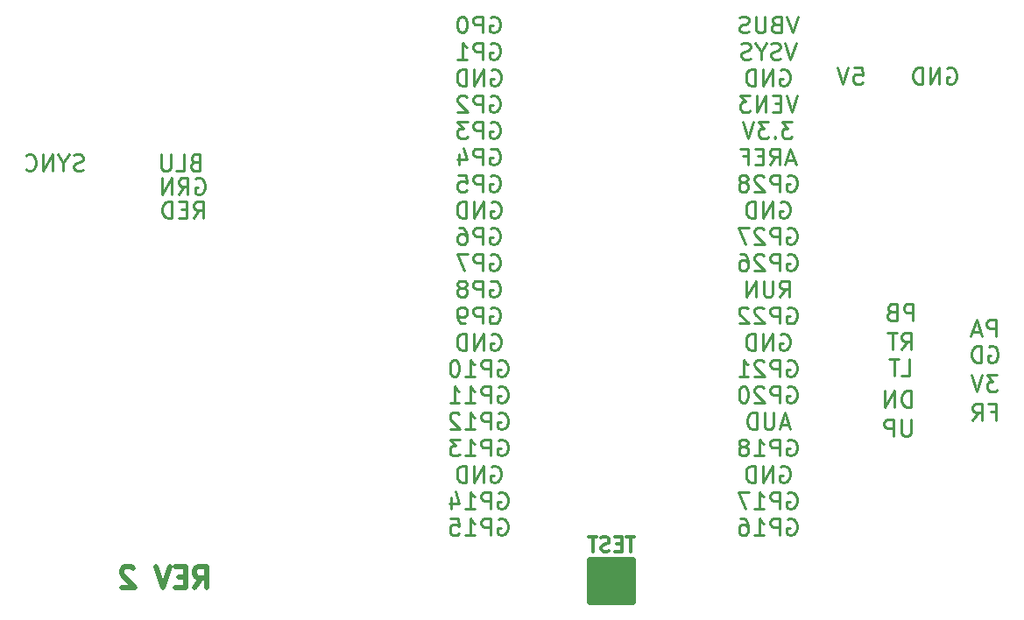
<source format=gbo>
G04 #@! TF.GenerationSoftware,KiCad,Pcbnew,(6.0.1)*
G04 #@! TF.CreationDate,2022-07-25T09:52:12-04:00*
G04 #@! TF.ProjectId,PicoVGA,5069636f-5647-4412-9e6b-696361645f70,2*
G04 #@! TF.SameCoordinates,Original*
G04 #@! TF.FileFunction,Legend,Bot*
G04 #@! TF.FilePolarity,Positive*
%FSLAX46Y46*%
G04 Gerber Fmt 4.6, Leading zero omitted, Abs format (unit mm)*
G04 Created by KiCad (PCBNEW (6.0.1)) date 2022-07-25 09:52:12*
%MOMM*%
%LPD*%
G01*
G04 APERTURE LIST*
%ADD10C,0.285750*%
%ADD11C,0.508000*%
%ADD12C,0.349250*%
%ADD13C,0.650000*%
G04 APERTURE END LIST*
D10*
X161657392Y-135338154D02*
X162413345Y-135338154D01*
X162413345Y-133750654D01*
X161355011Y-133750654D02*
X160447869Y-133750654D01*
X160901440Y-135338154D02*
X160901440Y-133750654D01*
X170049976Y-132556250D02*
X170201166Y-132480654D01*
X170427952Y-132480654D01*
X170654738Y-132556250D01*
X170805928Y-132707440D01*
X170881523Y-132858630D01*
X170957119Y-133161011D01*
X170957119Y-133387797D01*
X170881523Y-133690178D01*
X170805928Y-133841369D01*
X170654738Y-133992559D01*
X170427952Y-134068154D01*
X170276761Y-134068154D01*
X170049976Y-133992559D01*
X169974380Y-133916964D01*
X169974380Y-133387797D01*
X170276761Y-133387797D01*
X169294023Y-134068154D02*
X169294023Y-132480654D01*
X168916047Y-132480654D01*
X168689261Y-132556250D01*
X168538071Y-132707440D01*
X168462476Y-132858630D01*
X168386880Y-133161011D01*
X168386880Y-133387797D01*
X168462476Y-133690178D01*
X168538071Y-133841369D01*
X168689261Y-133992559D01*
X168916047Y-134068154D01*
X169294023Y-134068154D01*
X121905928Y-100655438D02*
X122057119Y-100579842D01*
X122283904Y-100579842D01*
X122510690Y-100655438D01*
X122661880Y-100806628D01*
X122737476Y-100957818D01*
X122813071Y-101260199D01*
X122813071Y-101486985D01*
X122737476Y-101789366D01*
X122661880Y-101940557D01*
X122510690Y-102091747D01*
X122283904Y-102167342D01*
X122132714Y-102167342D01*
X121905928Y-102091747D01*
X121830333Y-102016152D01*
X121830333Y-101486985D01*
X122132714Y-101486985D01*
X121149976Y-102167342D02*
X121149976Y-100579842D01*
X120545214Y-100579842D01*
X120394023Y-100655438D01*
X120318428Y-100731033D01*
X120242833Y-100882223D01*
X120242833Y-101109009D01*
X120318428Y-101260199D01*
X120394023Y-101335795D01*
X120545214Y-101411390D01*
X121149976Y-101411390D01*
X119260095Y-100579842D02*
X119108904Y-100579842D01*
X118957714Y-100655438D01*
X118882119Y-100731033D01*
X118806523Y-100882223D01*
X118730928Y-101184604D01*
X118730928Y-101562580D01*
X118806523Y-101864961D01*
X118882119Y-102016152D01*
X118957714Y-102091747D01*
X119108904Y-102167342D01*
X119260095Y-102167342D01*
X119411285Y-102091747D01*
X119486880Y-102016152D01*
X119562476Y-101864961D01*
X119638071Y-101562580D01*
X119638071Y-101184604D01*
X119562476Y-100882223D01*
X119486880Y-100731033D01*
X119411285Y-100655438D01*
X119260095Y-100579842D01*
X121905928Y-103211313D02*
X122057119Y-103135717D01*
X122283904Y-103135717D01*
X122510690Y-103211313D01*
X122661880Y-103362503D01*
X122737476Y-103513693D01*
X122813071Y-103816074D01*
X122813071Y-104042860D01*
X122737476Y-104345241D01*
X122661880Y-104496432D01*
X122510690Y-104647622D01*
X122283904Y-104723217D01*
X122132714Y-104723217D01*
X121905928Y-104647622D01*
X121830333Y-104572027D01*
X121830333Y-104042860D01*
X122132714Y-104042860D01*
X121149976Y-104723217D02*
X121149976Y-103135717D01*
X120545214Y-103135717D01*
X120394023Y-103211313D01*
X120318428Y-103286908D01*
X120242833Y-103438098D01*
X120242833Y-103664884D01*
X120318428Y-103816074D01*
X120394023Y-103891670D01*
X120545214Y-103967265D01*
X121149976Y-103967265D01*
X118730928Y-104723217D02*
X119638071Y-104723217D01*
X119184500Y-104723217D02*
X119184500Y-103135717D01*
X119335690Y-103362503D01*
X119486880Y-103513693D01*
X119638071Y-103589289D01*
X121981523Y-105767188D02*
X122132714Y-105691592D01*
X122359500Y-105691592D01*
X122586285Y-105767188D01*
X122737476Y-105918378D01*
X122813071Y-106069568D01*
X122888666Y-106371949D01*
X122888666Y-106598735D01*
X122813071Y-106901116D01*
X122737476Y-107052307D01*
X122586285Y-107203497D01*
X122359500Y-107279092D01*
X122208309Y-107279092D01*
X121981523Y-107203497D01*
X121905928Y-107127902D01*
X121905928Y-106598735D01*
X122208309Y-106598735D01*
X121225571Y-107279092D02*
X121225571Y-105691592D01*
X120318428Y-107279092D01*
X120318428Y-105691592D01*
X119562476Y-107279092D02*
X119562476Y-105691592D01*
X119184500Y-105691592D01*
X118957714Y-105767188D01*
X118806523Y-105918378D01*
X118730928Y-106069568D01*
X118655333Y-106371949D01*
X118655333Y-106598735D01*
X118730928Y-106901116D01*
X118806523Y-107052307D01*
X118957714Y-107203497D01*
X119184500Y-107279092D01*
X119562476Y-107279092D01*
X121905928Y-108323063D02*
X122057119Y-108247467D01*
X122283904Y-108247467D01*
X122510690Y-108323063D01*
X122661880Y-108474253D01*
X122737476Y-108625443D01*
X122813071Y-108927824D01*
X122813071Y-109154610D01*
X122737476Y-109456991D01*
X122661880Y-109608182D01*
X122510690Y-109759372D01*
X122283904Y-109834967D01*
X122132714Y-109834967D01*
X121905928Y-109759372D01*
X121830333Y-109683777D01*
X121830333Y-109154610D01*
X122132714Y-109154610D01*
X121149976Y-109834967D02*
X121149976Y-108247467D01*
X120545214Y-108247467D01*
X120394023Y-108323063D01*
X120318428Y-108398658D01*
X120242833Y-108549848D01*
X120242833Y-108776634D01*
X120318428Y-108927824D01*
X120394023Y-109003420D01*
X120545214Y-109079015D01*
X121149976Y-109079015D01*
X119638071Y-108398658D02*
X119562476Y-108323063D01*
X119411285Y-108247467D01*
X119033309Y-108247467D01*
X118882119Y-108323063D01*
X118806523Y-108398658D01*
X118730928Y-108549848D01*
X118730928Y-108701039D01*
X118806523Y-108927824D01*
X119713666Y-109834967D01*
X118730928Y-109834967D01*
X121905928Y-110878938D02*
X122057119Y-110803342D01*
X122283904Y-110803342D01*
X122510690Y-110878938D01*
X122661880Y-111030128D01*
X122737476Y-111181318D01*
X122813071Y-111483699D01*
X122813071Y-111710485D01*
X122737476Y-112012866D01*
X122661880Y-112164057D01*
X122510690Y-112315247D01*
X122283904Y-112390842D01*
X122132714Y-112390842D01*
X121905928Y-112315247D01*
X121830333Y-112239652D01*
X121830333Y-111710485D01*
X122132714Y-111710485D01*
X121149976Y-112390842D02*
X121149976Y-110803342D01*
X120545214Y-110803342D01*
X120394023Y-110878938D01*
X120318428Y-110954533D01*
X120242833Y-111105723D01*
X120242833Y-111332509D01*
X120318428Y-111483699D01*
X120394023Y-111559295D01*
X120545214Y-111634890D01*
X121149976Y-111634890D01*
X119713666Y-110803342D02*
X118730928Y-110803342D01*
X119260095Y-111408104D01*
X119033309Y-111408104D01*
X118882119Y-111483699D01*
X118806523Y-111559295D01*
X118730928Y-111710485D01*
X118730928Y-112088461D01*
X118806523Y-112239652D01*
X118882119Y-112315247D01*
X119033309Y-112390842D01*
X119486880Y-112390842D01*
X119638071Y-112315247D01*
X119713666Y-112239652D01*
X121905928Y-113434813D02*
X122057119Y-113359217D01*
X122283904Y-113359217D01*
X122510690Y-113434813D01*
X122661880Y-113586003D01*
X122737476Y-113737193D01*
X122813071Y-114039574D01*
X122813071Y-114266360D01*
X122737476Y-114568741D01*
X122661880Y-114719932D01*
X122510690Y-114871122D01*
X122283904Y-114946717D01*
X122132714Y-114946717D01*
X121905928Y-114871122D01*
X121830333Y-114795527D01*
X121830333Y-114266360D01*
X122132714Y-114266360D01*
X121149976Y-114946717D02*
X121149976Y-113359217D01*
X120545214Y-113359217D01*
X120394023Y-113434813D01*
X120318428Y-113510408D01*
X120242833Y-113661598D01*
X120242833Y-113888384D01*
X120318428Y-114039574D01*
X120394023Y-114115170D01*
X120545214Y-114190765D01*
X121149976Y-114190765D01*
X118882119Y-113888384D02*
X118882119Y-114946717D01*
X119260095Y-113283622D02*
X119638071Y-114417551D01*
X118655333Y-114417551D01*
X121905928Y-115990688D02*
X122057119Y-115915092D01*
X122283904Y-115915092D01*
X122510690Y-115990688D01*
X122661880Y-116141878D01*
X122737476Y-116293068D01*
X122813071Y-116595449D01*
X122813071Y-116822235D01*
X122737476Y-117124616D01*
X122661880Y-117275807D01*
X122510690Y-117426997D01*
X122283904Y-117502592D01*
X122132714Y-117502592D01*
X121905928Y-117426997D01*
X121830333Y-117351402D01*
X121830333Y-116822235D01*
X122132714Y-116822235D01*
X121149976Y-117502592D02*
X121149976Y-115915092D01*
X120545214Y-115915092D01*
X120394023Y-115990688D01*
X120318428Y-116066283D01*
X120242833Y-116217473D01*
X120242833Y-116444259D01*
X120318428Y-116595449D01*
X120394023Y-116671045D01*
X120545214Y-116746640D01*
X121149976Y-116746640D01*
X118806523Y-115915092D02*
X119562476Y-115915092D01*
X119638071Y-116671045D01*
X119562476Y-116595449D01*
X119411285Y-116519854D01*
X119033309Y-116519854D01*
X118882119Y-116595449D01*
X118806523Y-116671045D01*
X118730928Y-116822235D01*
X118730928Y-117200211D01*
X118806523Y-117351402D01*
X118882119Y-117426997D01*
X119033309Y-117502592D01*
X119411285Y-117502592D01*
X119562476Y-117426997D01*
X119638071Y-117351402D01*
X121981523Y-118546563D02*
X122132714Y-118470967D01*
X122359500Y-118470967D01*
X122586285Y-118546563D01*
X122737476Y-118697753D01*
X122813071Y-118848943D01*
X122888666Y-119151324D01*
X122888666Y-119378110D01*
X122813071Y-119680491D01*
X122737476Y-119831682D01*
X122586285Y-119982872D01*
X122359500Y-120058467D01*
X122208309Y-120058467D01*
X121981523Y-119982872D01*
X121905928Y-119907277D01*
X121905928Y-119378110D01*
X122208309Y-119378110D01*
X121225571Y-120058467D02*
X121225571Y-118470967D01*
X120318428Y-120058467D01*
X120318428Y-118470967D01*
X119562476Y-120058467D02*
X119562476Y-118470967D01*
X119184500Y-118470967D01*
X118957714Y-118546563D01*
X118806523Y-118697753D01*
X118730928Y-118848943D01*
X118655333Y-119151324D01*
X118655333Y-119378110D01*
X118730928Y-119680491D01*
X118806523Y-119831682D01*
X118957714Y-119982872D01*
X119184500Y-120058467D01*
X119562476Y-120058467D01*
X121905928Y-121102438D02*
X122057119Y-121026842D01*
X122283904Y-121026842D01*
X122510690Y-121102438D01*
X122661880Y-121253628D01*
X122737476Y-121404818D01*
X122813071Y-121707199D01*
X122813071Y-121933985D01*
X122737476Y-122236366D01*
X122661880Y-122387557D01*
X122510690Y-122538747D01*
X122283904Y-122614342D01*
X122132714Y-122614342D01*
X121905928Y-122538747D01*
X121830333Y-122463152D01*
X121830333Y-121933985D01*
X122132714Y-121933985D01*
X121149976Y-122614342D02*
X121149976Y-121026842D01*
X120545214Y-121026842D01*
X120394023Y-121102438D01*
X120318428Y-121178033D01*
X120242833Y-121329223D01*
X120242833Y-121556009D01*
X120318428Y-121707199D01*
X120394023Y-121782795D01*
X120545214Y-121858390D01*
X121149976Y-121858390D01*
X118882119Y-121026842D02*
X119184500Y-121026842D01*
X119335690Y-121102438D01*
X119411285Y-121178033D01*
X119562476Y-121404818D01*
X119638071Y-121707199D01*
X119638071Y-122311961D01*
X119562476Y-122463152D01*
X119486880Y-122538747D01*
X119335690Y-122614342D01*
X119033309Y-122614342D01*
X118882119Y-122538747D01*
X118806523Y-122463152D01*
X118730928Y-122311961D01*
X118730928Y-121933985D01*
X118806523Y-121782795D01*
X118882119Y-121707199D01*
X119033309Y-121631604D01*
X119335690Y-121631604D01*
X119486880Y-121707199D01*
X119562476Y-121782795D01*
X119638071Y-121933985D01*
X121905928Y-123658313D02*
X122057119Y-123582717D01*
X122283904Y-123582717D01*
X122510690Y-123658313D01*
X122661880Y-123809503D01*
X122737476Y-123960693D01*
X122813071Y-124263074D01*
X122813071Y-124489860D01*
X122737476Y-124792241D01*
X122661880Y-124943432D01*
X122510690Y-125094622D01*
X122283904Y-125170217D01*
X122132714Y-125170217D01*
X121905928Y-125094622D01*
X121830333Y-125019027D01*
X121830333Y-124489860D01*
X122132714Y-124489860D01*
X121149976Y-125170217D02*
X121149976Y-123582717D01*
X120545214Y-123582717D01*
X120394023Y-123658313D01*
X120318428Y-123733908D01*
X120242833Y-123885098D01*
X120242833Y-124111884D01*
X120318428Y-124263074D01*
X120394023Y-124338670D01*
X120545214Y-124414265D01*
X121149976Y-124414265D01*
X119713666Y-123582717D02*
X118655333Y-123582717D01*
X119335690Y-125170217D01*
X121905928Y-126214188D02*
X122057119Y-126138592D01*
X122283904Y-126138592D01*
X122510690Y-126214188D01*
X122661880Y-126365378D01*
X122737476Y-126516568D01*
X122813071Y-126818949D01*
X122813071Y-127045735D01*
X122737476Y-127348116D01*
X122661880Y-127499307D01*
X122510690Y-127650497D01*
X122283904Y-127726092D01*
X122132714Y-127726092D01*
X121905928Y-127650497D01*
X121830333Y-127574902D01*
X121830333Y-127045735D01*
X122132714Y-127045735D01*
X121149976Y-127726092D02*
X121149976Y-126138592D01*
X120545214Y-126138592D01*
X120394023Y-126214188D01*
X120318428Y-126289783D01*
X120242833Y-126440973D01*
X120242833Y-126667759D01*
X120318428Y-126818949D01*
X120394023Y-126894545D01*
X120545214Y-126970140D01*
X121149976Y-126970140D01*
X119335690Y-126818949D02*
X119486880Y-126743354D01*
X119562476Y-126667759D01*
X119638071Y-126516568D01*
X119638071Y-126440973D01*
X119562476Y-126289783D01*
X119486880Y-126214188D01*
X119335690Y-126138592D01*
X119033309Y-126138592D01*
X118882119Y-126214188D01*
X118806523Y-126289783D01*
X118730928Y-126440973D01*
X118730928Y-126516568D01*
X118806523Y-126667759D01*
X118882119Y-126743354D01*
X119033309Y-126818949D01*
X119335690Y-126818949D01*
X119486880Y-126894545D01*
X119562476Y-126970140D01*
X119638071Y-127121330D01*
X119638071Y-127423711D01*
X119562476Y-127574902D01*
X119486880Y-127650497D01*
X119335690Y-127726092D01*
X119033309Y-127726092D01*
X118882119Y-127650497D01*
X118806523Y-127574902D01*
X118730928Y-127423711D01*
X118730928Y-127121330D01*
X118806523Y-126970140D01*
X118882119Y-126894545D01*
X119033309Y-126818949D01*
X121905928Y-128770063D02*
X122057119Y-128694467D01*
X122283904Y-128694467D01*
X122510690Y-128770063D01*
X122661880Y-128921253D01*
X122737476Y-129072443D01*
X122813071Y-129374824D01*
X122813071Y-129601610D01*
X122737476Y-129903991D01*
X122661880Y-130055182D01*
X122510690Y-130206372D01*
X122283904Y-130281967D01*
X122132714Y-130281967D01*
X121905928Y-130206372D01*
X121830333Y-130130777D01*
X121830333Y-129601610D01*
X122132714Y-129601610D01*
X121149976Y-130281967D02*
X121149976Y-128694467D01*
X120545214Y-128694467D01*
X120394023Y-128770063D01*
X120318428Y-128845658D01*
X120242833Y-128996848D01*
X120242833Y-129223634D01*
X120318428Y-129374824D01*
X120394023Y-129450420D01*
X120545214Y-129526015D01*
X121149976Y-129526015D01*
X119486880Y-130281967D02*
X119184500Y-130281967D01*
X119033309Y-130206372D01*
X118957714Y-130130777D01*
X118806523Y-129903991D01*
X118730928Y-129601610D01*
X118730928Y-128996848D01*
X118806523Y-128845658D01*
X118882119Y-128770063D01*
X119033309Y-128694467D01*
X119335690Y-128694467D01*
X119486880Y-128770063D01*
X119562476Y-128845658D01*
X119638071Y-128996848D01*
X119638071Y-129374824D01*
X119562476Y-129526015D01*
X119486880Y-129601610D01*
X119335690Y-129677205D01*
X119033309Y-129677205D01*
X118882119Y-129601610D01*
X118806523Y-129526015D01*
X118730928Y-129374824D01*
X121981523Y-131325938D02*
X122132714Y-131250342D01*
X122359500Y-131250342D01*
X122586285Y-131325938D01*
X122737476Y-131477128D01*
X122813071Y-131628318D01*
X122888666Y-131930699D01*
X122888666Y-132157485D01*
X122813071Y-132459866D01*
X122737476Y-132611057D01*
X122586285Y-132762247D01*
X122359500Y-132837842D01*
X122208309Y-132837842D01*
X121981523Y-132762247D01*
X121905928Y-132686652D01*
X121905928Y-132157485D01*
X122208309Y-132157485D01*
X121225571Y-132837842D02*
X121225571Y-131250342D01*
X120318428Y-132837842D01*
X120318428Y-131250342D01*
X119562476Y-132837842D02*
X119562476Y-131250342D01*
X119184500Y-131250342D01*
X118957714Y-131325938D01*
X118806523Y-131477128D01*
X118730928Y-131628318D01*
X118655333Y-131930699D01*
X118655333Y-132157485D01*
X118730928Y-132459866D01*
X118806523Y-132611057D01*
X118957714Y-132762247D01*
X119184500Y-132837842D01*
X119562476Y-132837842D01*
X122661880Y-133881813D02*
X122813071Y-133806217D01*
X123039857Y-133806217D01*
X123266642Y-133881813D01*
X123417833Y-134033003D01*
X123493428Y-134184193D01*
X123569023Y-134486574D01*
X123569023Y-134713360D01*
X123493428Y-135015741D01*
X123417833Y-135166932D01*
X123266642Y-135318122D01*
X123039857Y-135393717D01*
X122888666Y-135393717D01*
X122661880Y-135318122D01*
X122586285Y-135242527D01*
X122586285Y-134713360D01*
X122888666Y-134713360D01*
X121905928Y-135393717D02*
X121905928Y-133806217D01*
X121301166Y-133806217D01*
X121149976Y-133881813D01*
X121074380Y-133957408D01*
X120998785Y-134108598D01*
X120998785Y-134335384D01*
X121074380Y-134486574D01*
X121149976Y-134562170D01*
X121301166Y-134637765D01*
X121905928Y-134637765D01*
X119486880Y-135393717D02*
X120394023Y-135393717D01*
X119940452Y-135393717D02*
X119940452Y-133806217D01*
X120091642Y-134033003D01*
X120242833Y-134184193D01*
X120394023Y-134259789D01*
X118504142Y-133806217D02*
X118352952Y-133806217D01*
X118201761Y-133881813D01*
X118126166Y-133957408D01*
X118050571Y-134108598D01*
X117974976Y-134410979D01*
X117974976Y-134788955D01*
X118050571Y-135091336D01*
X118126166Y-135242527D01*
X118201761Y-135318122D01*
X118352952Y-135393717D01*
X118504142Y-135393717D01*
X118655333Y-135318122D01*
X118730928Y-135242527D01*
X118806523Y-135091336D01*
X118882119Y-134788955D01*
X118882119Y-134410979D01*
X118806523Y-134108598D01*
X118730928Y-133957408D01*
X118655333Y-133881813D01*
X118504142Y-133806217D01*
X122661880Y-136437688D02*
X122813071Y-136362092D01*
X123039857Y-136362092D01*
X123266642Y-136437688D01*
X123417833Y-136588878D01*
X123493428Y-136740068D01*
X123569023Y-137042449D01*
X123569023Y-137269235D01*
X123493428Y-137571616D01*
X123417833Y-137722807D01*
X123266642Y-137873997D01*
X123039857Y-137949592D01*
X122888666Y-137949592D01*
X122661880Y-137873997D01*
X122586285Y-137798402D01*
X122586285Y-137269235D01*
X122888666Y-137269235D01*
X121905928Y-137949592D02*
X121905928Y-136362092D01*
X121301166Y-136362092D01*
X121149976Y-136437688D01*
X121074380Y-136513283D01*
X120998785Y-136664473D01*
X120998785Y-136891259D01*
X121074380Y-137042449D01*
X121149976Y-137118045D01*
X121301166Y-137193640D01*
X121905928Y-137193640D01*
X119486880Y-137949592D02*
X120394023Y-137949592D01*
X119940452Y-137949592D02*
X119940452Y-136362092D01*
X120091642Y-136588878D01*
X120242833Y-136740068D01*
X120394023Y-136815664D01*
X117974976Y-137949592D02*
X118882119Y-137949592D01*
X118428547Y-137949592D02*
X118428547Y-136362092D01*
X118579738Y-136588878D01*
X118730928Y-136740068D01*
X118882119Y-136815664D01*
X122661880Y-138993563D02*
X122813071Y-138917967D01*
X123039857Y-138917967D01*
X123266642Y-138993563D01*
X123417833Y-139144753D01*
X123493428Y-139295943D01*
X123569023Y-139598324D01*
X123569023Y-139825110D01*
X123493428Y-140127491D01*
X123417833Y-140278682D01*
X123266642Y-140429872D01*
X123039857Y-140505467D01*
X122888666Y-140505467D01*
X122661880Y-140429872D01*
X122586285Y-140354277D01*
X122586285Y-139825110D01*
X122888666Y-139825110D01*
X121905928Y-140505467D02*
X121905928Y-138917967D01*
X121301166Y-138917967D01*
X121149976Y-138993563D01*
X121074380Y-139069158D01*
X120998785Y-139220348D01*
X120998785Y-139447134D01*
X121074380Y-139598324D01*
X121149976Y-139673920D01*
X121301166Y-139749515D01*
X121905928Y-139749515D01*
X119486880Y-140505467D02*
X120394023Y-140505467D01*
X119940452Y-140505467D02*
X119940452Y-138917967D01*
X120091642Y-139144753D01*
X120242833Y-139295943D01*
X120394023Y-139371539D01*
X118882119Y-139069158D02*
X118806523Y-138993563D01*
X118655333Y-138917967D01*
X118277357Y-138917967D01*
X118126166Y-138993563D01*
X118050571Y-139069158D01*
X117974976Y-139220348D01*
X117974976Y-139371539D01*
X118050571Y-139598324D01*
X118957714Y-140505467D01*
X117974976Y-140505467D01*
X122661880Y-141549438D02*
X122813071Y-141473842D01*
X123039857Y-141473842D01*
X123266642Y-141549438D01*
X123417833Y-141700628D01*
X123493428Y-141851818D01*
X123569023Y-142154199D01*
X123569023Y-142380985D01*
X123493428Y-142683366D01*
X123417833Y-142834557D01*
X123266642Y-142985747D01*
X123039857Y-143061342D01*
X122888666Y-143061342D01*
X122661880Y-142985747D01*
X122586285Y-142910152D01*
X122586285Y-142380985D01*
X122888666Y-142380985D01*
X121905928Y-143061342D02*
X121905928Y-141473842D01*
X121301166Y-141473842D01*
X121149976Y-141549438D01*
X121074380Y-141625033D01*
X120998785Y-141776223D01*
X120998785Y-142003009D01*
X121074380Y-142154199D01*
X121149976Y-142229795D01*
X121301166Y-142305390D01*
X121905928Y-142305390D01*
X119486880Y-143061342D02*
X120394023Y-143061342D01*
X119940452Y-143061342D02*
X119940452Y-141473842D01*
X120091642Y-141700628D01*
X120242833Y-141851818D01*
X120394023Y-141927414D01*
X118957714Y-141473842D02*
X117974976Y-141473842D01*
X118504142Y-142078604D01*
X118277357Y-142078604D01*
X118126166Y-142154199D01*
X118050571Y-142229795D01*
X117974976Y-142380985D01*
X117974976Y-142758961D01*
X118050571Y-142910152D01*
X118126166Y-142985747D01*
X118277357Y-143061342D01*
X118730928Y-143061342D01*
X118882119Y-142985747D01*
X118957714Y-142910152D01*
X121981523Y-144105313D02*
X122132714Y-144029717D01*
X122359500Y-144029717D01*
X122586285Y-144105313D01*
X122737476Y-144256503D01*
X122813071Y-144407693D01*
X122888666Y-144710074D01*
X122888666Y-144936860D01*
X122813071Y-145239241D01*
X122737476Y-145390432D01*
X122586285Y-145541622D01*
X122359500Y-145617217D01*
X122208309Y-145617217D01*
X121981523Y-145541622D01*
X121905928Y-145466027D01*
X121905928Y-144936860D01*
X122208309Y-144936860D01*
X121225571Y-145617217D02*
X121225571Y-144029717D01*
X120318428Y-145617217D01*
X120318428Y-144029717D01*
X119562476Y-145617217D02*
X119562476Y-144029717D01*
X119184500Y-144029717D01*
X118957714Y-144105313D01*
X118806523Y-144256503D01*
X118730928Y-144407693D01*
X118655333Y-144710074D01*
X118655333Y-144936860D01*
X118730928Y-145239241D01*
X118806523Y-145390432D01*
X118957714Y-145541622D01*
X119184500Y-145617217D01*
X119562476Y-145617217D01*
X122661880Y-146661188D02*
X122813071Y-146585592D01*
X123039857Y-146585592D01*
X123266642Y-146661188D01*
X123417833Y-146812378D01*
X123493428Y-146963568D01*
X123569023Y-147265949D01*
X123569023Y-147492735D01*
X123493428Y-147795116D01*
X123417833Y-147946307D01*
X123266642Y-148097497D01*
X123039857Y-148173092D01*
X122888666Y-148173092D01*
X122661880Y-148097497D01*
X122586285Y-148021902D01*
X122586285Y-147492735D01*
X122888666Y-147492735D01*
X121905928Y-148173092D02*
X121905928Y-146585592D01*
X121301166Y-146585592D01*
X121149976Y-146661188D01*
X121074380Y-146736783D01*
X120998785Y-146887973D01*
X120998785Y-147114759D01*
X121074380Y-147265949D01*
X121149976Y-147341545D01*
X121301166Y-147417140D01*
X121905928Y-147417140D01*
X119486880Y-148173092D02*
X120394023Y-148173092D01*
X119940452Y-148173092D02*
X119940452Y-146585592D01*
X120091642Y-146812378D01*
X120242833Y-146963568D01*
X120394023Y-147039164D01*
X118126166Y-147114759D02*
X118126166Y-148173092D01*
X118504142Y-146509997D02*
X118882119Y-147643926D01*
X117899380Y-147643926D01*
X122661880Y-149217063D02*
X122813071Y-149141467D01*
X123039857Y-149141467D01*
X123266642Y-149217063D01*
X123417833Y-149368253D01*
X123493428Y-149519443D01*
X123569023Y-149821824D01*
X123569023Y-150048610D01*
X123493428Y-150350991D01*
X123417833Y-150502182D01*
X123266642Y-150653372D01*
X123039857Y-150728967D01*
X122888666Y-150728967D01*
X122661880Y-150653372D01*
X122586285Y-150577777D01*
X122586285Y-150048610D01*
X122888666Y-150048610D01*
X121905928Y-150728967D02*
X121905928Y-149141467D01*
X121301166Y-149141467D01*
X121149976Y-149217063D01*
X121074380Y-149292658D01*
X120998785Y-149443848D01*
X120998785Y-149670634D01*
X121074380Y-149821824D01*
X121149976Y-149897420D01*
X121301166Y-149973015D01*
X121905928Y-149973015D01*
X119486880Y-150728967D02*
X120394023Y-150728967D01*
X119940452Y-150728967D02*
X119940452Y-149141467D01*
X120091642Y-149368253D01*
X120242833Y-149519443D01*
X120394023Y-149595039D01*
X118050571Y-149141467D02*
X118806523Y-149141467D01*
X118882119Y-149897420D01*
X118806523Y-149821824D01*
X118655333Y-149746229D01*
X118277357Y-149746229D01*
X118126166Y-149821824D01*
X118050571Y-149897420D01*
X117974976Y-150048610D01*
X117974976Y-150426586D01*
X118050571Y-150577777D01*
X118126166Y-150653372D01*
X118277357Y-150728967D01*
X118655333Y-150728967D01*
X118806523Y-150653372D01*
X118882119Y-150577777D01*
X162753523Y-130004154D02*
X162753523Y-128416654D01*
X162148761Y-128416654D01*
X161997571Y-128492250D01*
X161921976Y-128567845D01*
X161846380Y-128719035D01*
X161846380Y-128945821D01*
X161921976Y-129097011D01*
X161997571Y-129172607D01*
X162148761Y-129248202D01*
X162753523Y-129248202D01*
X160636857Y-129172607D02*
X160410071Y-129248202D01*
X160334476Y-129323797D01*
X160258880Y-129474988D01*
X160258880Y-129701773D01*
X160334476Y-129852964D01*
X160410071Y-129928559D01*
X160561261Y-130004154D01*
X161166023Y-130004154D01*
X161166023Y-128416654D01*
X160636857Y-128416654D01*
X160485666Y-128492250D01*
X160410071Y-128567845D01*
X160334476Y-128719035D01*
X160334476Y-128870226D01*
X160410071Y-129021416D01*
X160485666Y-129097011D01*
X160636857Y-129172607D01*
X161166023Y-129172607D01*
D11*
X93308857Y-155825238D02*
X93986190Y-154857619D01*
X94470000Y-155825238D02*
X94470000Y-153793238D01*
X93695904Y-153793238D01*
X93502380Y-153890000D01*
X93405619Y-153986761D01*
X93308857Y-154180285D01*
X93308857Y-154470571D01*
X93405619Y-154664095D01*
X93502380Y-154760857D01*
X93695904Y-154857619D01*
X94470000Y-154857619D01*
X92438000Y-154760857D02*
X91760666Y-154760857D01*
X91470380Y-155825238D02*
X92438000Y-155825238D01*
X92438000Y-153793238D01*
X91470380Y-153793238D01*
X90889809Y-153793238D02*
X90212476Y-155825238D01*
X89535142Y-153793238D01*
X87406380Y-153986761D02*
X87309619Y-153890000D01*
X87116095Y-153793238D01*
X86632285Y-153793238D01*
X86438761Y-153890000D01*
X86342000Y-153986761D01*
X86245238Y-154180285D01*
X86245238Y-154373809D01*
X86342000Y-154664095D01*
X87503142Y-155825238D01*
X86245238Y-155825238D01*
D10*
X151622416Y-100579842D02*
X151093250Y-102167342D01*
X150564083Y-100579842D01*
X149505750Y-101335795D02*
X149278964Y-101411390D01*
X149203369Y-101486985D01*
X149127773Y-101638176D01*
X149127773Y-101864961D01*
X149203369Y-102016152D01*
X149278964Y-102091747D01*
X149430154Y-102167342D01*
X150034916Y-102167342D01*
X150034916Y-100579842D01*
X149505750Y-100579842D01*
X149354559Y-100655438D01*
X149278964Y-100731033D01*
X149203369Y-100882223D01*
X149203369Y-101033414D01*
X149278964Y-101184604D01*
X149354559Y-101260199D01*
X149505750Y-101335795D01*
X150034916Y-101335795D01*
X148447416Y-100579842D02*
X148447416Y-101864961D01*
X148371821Y-102016152D01*
X148296226Y-102091747D01*
X148145035Y-102167342D01*
X147842654Y-102167342D01*
X147691464Y-102091747D01*
X147615869Y-102016152D01*
X147540273Y-101864961D01*
X147540273Y-100579842D01*
X146859916Y-102091747D02*
X146633130Y-102167342D01*
X146255154Y-102167342D01*
X146103964Y-102091747D01*
X146028369Y-102016152D01*
X145952773Y-101864961D01*
X145952773Y-101713771D01*
X146028369Y-101562580D01*
X146103964Y-101486985D01*
X146255154Y-101411390D01*
X146557535Y-101335795D01*
X146708726Y-101260199D01*
X146784321Y-101184604D01*
X146859916Y-101033414D01*
X146859916Y-100882223D01*
X146784321Y-100731033D01*
X146708726Y-100655438D01*
X146557535Y-100579842D01*
X146179559Y-100579842D01*
X145952773Y-100655438D01*
X151433428Y-103135717D02*
X150904261Y-104723217D01*
X150375095Y-103135717D01*
X149921523Y-104647622D02*
X149694738Y-104723217D01*
X149316761Y-104723217D01*
X149165571Y-104647622D01*
X149089976Y-104572027D01*
X149014380Y-104420836D01*
X149014380Y-104269646D01*
X149089976Y-104118455D01*
X149165571Y-104042860D01*
X149316761Y-103967265D01*
X149619142Y-103891670D01*
X149770333Y-103816074D01*
X149845928Y-103740479D01*
X149921523Y-103589289D01*
X149921523Y-103438098D01*
X149845928Y-103286908D01*
X149770333Y-103211313D01*
X149619142Y-103135717D01*
X149241166Y-103135717D01*
X149014380Y-103211313D01*
X148031642Y-103967265D02*
X148031642Y-104723217D01*
X148560809Y-103135717D02*
X148031642Y-103967265D01*
X147502476Y-103135717D01*
X147048904Y-104647622D02*
X146822119Y-104723217D01*
X146444142Y-104723217D01*
X146292952Y-104647622D01*
X146217357Y-104572027D01*
X146141761Y-104420836D01*
X146141761Y-104269646D01*
X146217357Y-104118455D01*
X146292952Y-104042860D01*
X146444142Y-103967265D01*
X146746523Y-103891670D01*
X146897714Y-103816074D01*
X146973309Y-103740479D01*
X147048904Y-103589289D01*
X147048904Y-103438098D01*
X146973309Y-103286908D01*
X146897714Y-103211313D01*
X146746523Y-103135717D01*
X146368547Y-103135717D01*
X146141761Y-103211313D01*
X149921523Y-105767188D02*
X150072714Y-105691592D01*
X150299500Y-105691592D01*
X150526285Y-105767188D01*
X150677476Y-105918378D01*
X150753071Y-106069568D01*
X150828666Y-106371949D01*
X150828666Y-106598735D01*
X150753071Y-106901116D01*
X150677476Y-107052307D01*
X150526285Y-107203497D01*
X150299500Y-107279092D01*
X150148309Y-107279092D01*
X149921523Y-107203497D01*
X149845928Y-107127902D01*
X149845928Y-106598735D01*
X150148309Y-106598735D01*
X149165571Y-107279092D02*
X149165571Y-105691592D01*
X148258428Y-107279092D01*
X148258428Y-105691592D01*
X147502476Y-107279092D02*
X147502476Y-105691592D01*
X147124500Y-105691592D01*
X146897714Y-105767188D01*
X146746523Y-105918378D01*
X146670928Y-106069568D01*
X146595333Y-106371949D01*
X146595333Y-106598735D01*
X146670928Y-106901116D01*
X146746523Y-107052307D01*
X146897714Y-107203497D01*
X147124500Y-107279092D01*
X147502476Y-107279092D01*
X151546821Y-108247467D02*
X151017654Y-109834967D01*
X150488488Y-108247467D01*
X149959321Y-109003420D02*
X149430154Y-109003420D01*
X149203369Y-109834967D02*
X149959321Y-109834967D01*
X149959321Y-108247467D01*
X149203369Y-108247467D01*
X148523011Y-109834967D02*
X148523011Y-108247467D01*
X147615869Y-109834967D01*
X147615869Y-108247467D01*
X147011107Y-108247467D02*
X146028369Y-108247467D01*
X146557535Y-108852229D01*
X146330750Y-108852229D01*
X146179559Y-108927824D01*
X146103964Y-109003420D01*
X146028369Y-109154610D01*
X146028369Y-109532586D01*
X146103964Y-109683777D01*
X146179559Y-109759372D01*
X146330750Y-109834967D01*
X146784321Y-109834967D01*
X146935511Y-109759372D01*
X147011107Y-109683777D01*
X151055452Y-110803342D02*
X150072714Y-110803342D01*
X150601880Y-111408104D01*
X150375095Y-111408104D01*
X150223904Y-111483699D01*
X150148309Y-111559295D01*
X150072714Y-111710485D01*
X150072714Y-112088461D01*
X150148309Y-112239652D01*
X150223904Y-112315247D01*
X150375095Y-112390842D01*
X150828666Y-112390842D01*
X150979857Y-112315247D01*
X151055452Y-112239652D01*
X149392357Y-112239652D02*
X149316761Y-112315247D01*
X149392357Y-112390842D01*
X149467952Y-112315247D01*
X149392357Y-112239652D01*
X149392357Y-112390842D01*
X148787595Y-110803342D02*
X147804857Y-110803342D01*
X148334023Y-111408104D01*
X148107238Y-111408104D01*
X147956047Y-111483699D01*
X147880452Y-111559295D01*
X147804857Y-111710485D01*
X147804857Y-112088461D01*
X147880452Y-112239652D01*
X147956047Y-112315247D01*
X148107238Y-112390842D01*
X148560809Y-112390842D01*
X148712000Y-112315247D01*
X148787595Y-112239652D01*
X147351285Y-110803342D02*
X146822119Y-112390842D01*
X146292952Y-110803342D01*
X151282238Y-114493146D02*
X150526285Y-114493146D01*
X151433428Y-114946717D02*
X150904261Y-113359217D01*
X150375095Y-114946717D01*
X148938785Y-114946717D02*
X149467952Y-114190765D01*
X149845928Y-114946717D02*
X149845928Y-113359217D01*
X149241166Y-113359217D01*
X149089976Y-113434813D01*
X149014380Y-113510408D01*
X148938785Y-113661598D01*
X148938785Y-113888384D01*
X149014380Y-114039574D01*
X149089976Y-114115170D01*
X149241166Y-114190765D01*
X149845928Y-114190765D01*
X148258428Y-114115170D02*
X147729261Y-114115170D01*
X147502476Y-114946717D02*
X148258428Y-114946717D01*
X148258428Y-113359217D01*
X147502476Y-113359217D01*
X146292952Y-114115170D02*
X146822119Y-114115170D01*
X146822119Y-114946717D02*
X146822119Y-113359217D01*
X146066166Y-113359217D01*
X150601880Y-115990688D02*
X150753071Y-115915092D01*
X150979857Y-115915092D01*
X151206642Y-115990688D01*
X151357833Y-116141878D01*
X151433428Y-116293068D01*
X151509023Y-116595449D01*
X151509023Y-116822235D01*
X151433428Y-117124616D01*
X151357833Y-117275807D01*
X151206642Y-117426997D01*
X150979857Y-117502592D01*
X150828666Y-117502592D01*
X150601880Y-117426997D01*
X150526285Y-117351402D01*
X150526285Y-116822235D01*
X150828666Y-116822235D01*
X149845928Y-117502592D02*
X149845928Y-115915092D01*
X149241166Y-115915092D01*
X149089976Y-115990688D01*
X149014380Y-116066283D01*
X148938785Y-116217473D01*
X148938785Y-116444259D01*
X149014380Y-116595449D01*
X149089976Y-116671045D01*
X149241166Y-116746640D01*
X149845928Y-116746640D01*
X148334023Y-116066283D02*
X148258428Y-115990688D01*
X148107238Y-115915092D01*
X147729261Y-115915092D01*
X147578071Y-115990688D01*
X147502476Y-116066283D01*
X147426880Y-116217473D01*
X147426880Y-116368664D01*
X147502476Y-116595449D01*
X148409619Y-117502592D01*
X147426880Y-117502592D01*
X146519738Y-116595449D02*
X146670928Y-116519854D01*
X146746523Y-116444259D01*
X146822119Y-116293068D01*
X146822119Y-116217473D01*
X146746523Y-116066283D01*
X146670928Y-115990688D01*
X146519738Y-115915092D01*
X146217357Y-115915092D01*
X146066166Y-115990688D01*
X145990571Y-116066283D01*
X145914976Y-116217473D01*
X145914976Y-116293068D01*
X145990571Y-116444259D01*
X146066166Y-116519854D01*
X146217357Y-116595449D01*
X146519738Y-116595449D01*
X146670928Y-116671045D01*
X146746523Y-116746640D01*
X146822119Y-116897830D01*
X146822119Y-117200211D01*
X146746523Y-117351402D01*
X146670928Y-117426997D01*
X146519738Y-117502592D01*
X146217357Y-117502592D01*
X146066166Y-117426997D01*
X145990571Y-117351402D01*
X145914976Y-117200211D01*
X145914976Y-116897830D01*
X145990571Y-116746640D01*
X146066166Y-116671045D01*
X146217357Y-116595449D01*
X149921523Y-118546563D02*
X150072714Y-118470967D01*
X150299500Y-118470967D01*
X150526285Y-118546563D01*
X150677476Y-118697753D01*
X150753071Y-118848943D01*
X150828666Y-119151324D01*
X150828666Y-119378110D01*
X150753071Y-119680491D01*
X150677476Y-119831682D01*
X150526285Y-119982872D01*
X150299500Y-120058467D01*
X150148309Y-120058467D01*
X149921523Y-119982872D01*
X149845928Y-119907277D01*
X149845928Y-119378110D01*
X150148309Y-119378110D01*
X149165571Y-120058467D02*
X149165571Y-118470967D01*
X148258428Y-120058467D01*
X148258428Y-118470967D01*
X147502476Y-120058467D02*
X147502476Y-118470967D01*
X147124500Y-118470967D01*
X146897714Y-118546563D01*
X146746523Y-118697753D01*
X146670928Y-118848943D01*
X146595333Y-119151324D01*
X146595333Y-119378110D01*
X146670928Y-119680491D01*
X146746523Y-119831682D01*
X146897714Y-119982872D01*
X147124500Y-120058467D01*
X147502476Y-120058467D01*
X150601880Y-121102438D02*
X150753071Y-121026842D01*
X150979857Y-121026842D01*
X151206642Y-121102438D01*
X151357833Y-121253628D01*
X151433428Y-121404818D01*
X151509023Y-121707199D01*
X151509023Y-121933985D01*
X151433428Y-122236366D01*
X151357833Y-122387557D01*
X151206642Y-122538747D01*
X150979857Y-122614342D01*
X150828666Y-122614342D01*
X150601880Y-122538747D01*
X150526285Y-122463152D01*
X150526285Y-121933985D01*
X150828666Y-121933985D01*
X149845928Y-122614342D02*
X149845928Y-121026842D01*
X149241166Y-121026842D01*
X149089976Y-121102438D01*
X149014380Y-121178033D01*
X148938785Y-121329223D01*
X148938785Y-121556009D01*
X149014380Y-121707199D01*
X149089976Y-121782795D01*
X149241166Y-121858390D01*
X149845928Y-121858390D01*
X148334023Y-121178033D02*
X148258428Y-121102438D01*
X148107238Y-121026842D01*
X147729261Y-121026842D01*
X147578071Y-121102438D01*
X147502476Y-121178033D01*
X147426880Y-121329223D01*
X147426880Y-121480414D01*
X147502476Y-121707199D01*
X148409619Y-122614342D01*
X147426880Y-122614342D01*
X146897714Y-121026842D02*
X145839380Y-121026842D01*
X146519738Y-122614342D01*
X150601880Y-123658313D02*
X150753071Y-123582717D01*
X150979857Y-123582717D01*
X151206642Y-123658313D01*
X151357833Y-123809503D01*
X151433428Y-123960693D01*
X151509023Y-124263074D01*
X151509023Y-124489860D01*
X151433428Y-124792241D01*
X151357833Y-124943432D01*
X151206642Y-125094622D01*
X150979857Y-125170217D01*
X150828666Y-125170217D01*
X150601880Y-125094622D01*
X150526285Y-125019027D01*
X150526285Y-124489860D01*
X150828666Y-124489860D01*
X149845928Y-125170217D02*
X149845928Y-123582717D01*
X149241166Y-123582717D01*
X149089976Y-123658313D01*
X149014380Y-123733908D01*
X148938785Y-123885098D01*
X148938785Y-124111884D01*
X149014380Y-124263074D01*
X149089976Y-124338670D01*
X149241166Y-124414265D01*
X149845928Y-124414265D01*
X148334023Y-123733908D02*
X148258428Y-123658313D01*
X148107238Y-123582717D01*
X147729261Y-123582717D01*
X147578071Y-123658313D01*
X147502476Y-123733908D01*
X147426880Y-123885098D01*
X147426880Y-124036289D01*
X147502476Y-124263074D01*
X148409619Y-125170217D01*
X147426880Y-125170217D01*
X146066166Y-123582717D02*
X146368547Y-123582717D01*
X146519738Y-123658313D01*
X146595333Y-123733908D01*
X146746523Y-123960693D01*
X146822119Y-124263074D01*
X146822119Y-124867836D01*
X146746523Y-125019027D01*
X146670928Y-125094622D01*
X146519738Y-125170217D01*
X146217357Y-125170217D01*
X146066166Y-125094622D01*
X145990571Y-125019027D01*
X145914976Y-124867836D01*
X145914976Y-124489860D01*
X145990571Y-124338670D01*
X146066166Y-124263074D01*
X146217357Y-124187479D01*
X146519738Y-124187479D01*
X146670928Y-124263074D01*
X146746523Y-124338670D01*
X146822119Y-124489860D01*
X149883726Y-127726092D02*
X150412892Y-126970140D01*
X150790869Y-127726092D02*
X150790869Y-126138592D01*
X150186107Y-126138592D01*
X150034916Y-126214188D01*
X149959321Y-126289783D01*
X149883726Y-126440973D01*
X149883726Y-126667759D01*
X149959321Y-126818949D01*
X150034916Y-126894545D01*
X150186107Y-126970140D01*
X150790869Y-126970140D01*
X149203369Y-126138592D02*
X149203369Y-127423711D01*
X149127773Y-127574902D01*
X149052178Y-127650497D01*
X148900988Y-127726092D01*
X148598607Y-127726092D01*
X148447416Y-127650497D01*
X148371821Y-127574902D01*
X148296226Y-127423711D01*
X148296226Y-126138592D01*
X147540273Y-127726092D02*
X147540273Y-126138592D01*
X146633130Y-127726092D01*
X146633130Y-126138592D01*
X150601880Y-128770063D02*
X150753071Y-128694467D01*
X150979857Y-128694467D01*
X151206642Y-128770063D01*
X151357833Y-128921253D01*
X151433428Y-129072443D01*
X151509023Y-129374824D01*
X151509023Y-129601610D01*
X151433428Y-129903991D01*
X151357833Y-130055182D01*
X151206642Y-130206372D01*
X150979857Y-130281967D01*
X150828666Y-130281967D01*
X150601880Y-130206372D01*
X150526285Y-130130777D01*
X150526285Y-129601610D01*
X150828666Y-129601610D01*
X149845928Y-130281967D02*
X149845928Y-128694467D01*
X149241166Y-128694467D01*
X149089976Y-128770063D01*
X149014380Y-128845658D01*
X148938785Y-128996848D01*
X148938785Y-129223634D01*
X149014380Y-129374824D01*
X149089976Y-129450420D01*
X149241166Y-129526015D01*
X149845928Y-129526015D01*
X148334023Y-128845658D02*
X148258428Y-128770063D01*
X148107238Y-128694467D01*
X147729261Y-128694467D01*
X147578071Y-128770063D01*
X147502476Y-128845658D01*
X147426880Y-128996848D01*
X147426880Y-129148039D01*
X147502476Y-129374824D01*
X148409619Y-130281967D01*
X147426880Y-130281967D01*
X146822119Y-128845658D02*
X146746523Y-128770063D01*
X146595333Y-128694467D01*
X146217357Y-128694467D01*
X146066166Y-128770063D01*
X145990571Y-128845658D01*
X145914976Y-128996848D01*
X145914976Y-129148039D01*
X145990571Y-129374824D01*
X146897714Y-130281967D01*
X145914976Y-130281967D01*
X149921523Y-131325938D02*
X150072714Y-131250342D01*
X150299500Y-131250342D01*
X150526285Y-131325938D01*
X150677476Y-131477128D01*
X150753071Y-131628318D01*
X150828666Y-131930699D01*
X150828666Y-132157485D01*
X150753071Y-132459866D01*
X150677476Y-132611057D01*
X150526285Y-132762247D01*
X150299500Y-132837842D01*
X150148309Y-132837842D01*
X149921523Y-132762247D01*
X149845928Y-132686652D01*
X149845928Y-132157485D01*
X150148309Y-132157485D01*
X149165571Y-132837842D02*
X149165571Y-131250342D01*
X148258428Y-132837842D01*
X148258428Y-131250342D01*
X147502476Y-132837842D02*
X147502476Y-131250342D01*
X147124500Y-131250342D01*
X146897714Y-131325938D01*
X146746523Y-131477128D01*
X146670928Y-131628318D01*
X146595333Y-131930699D01*
X146595333Y-132157485D01*
X146670928Y-132459866D01*
X146746523Y-132611057D01*
X146897714Y-132762247D01*
X147124500Y-132837842D01*
X147502476Y-132837842D01*
X150601880Y-133881813D02*
X150753071Y-133806217D01*
X150979857Y-133806217D01*
X151206642Y-133881813D01*
X151357833Y-134033003D01*
X151433428Y-134184193D01*
X151509023Y-134486574D01*
X151509023Y-134713360D01*
X151433428Y-135015741D01*
X151357833Y-135166932D01*
X151206642Y-135318122D01*
X150979857Y-135393717D01*
X150828666Y-135393717D01*
X150601880Y-135318122D01*
X150526285Y-135242527D01*
X150526285Y-134713360D01*
X150828666Y-134713360D01*
X149845928Y-135393717D02*
X149845928Y-133806217D01*
X149241166Y-133806217D01*
X149089976Y-133881813D01*
X149014380Y-133957408D01*
X148938785Y-134108598D01*
X148938785Y-134335384D01*
X149014380Y-134486574D01*
X149089976Y-134562170D01*
X149241166Y-134637765D01*
X149845928Y-134637765D01*
X148334023Y-133957408D02*
X148258428Y-133881813D01*
X148107238Y-133806217D01*
X147729261Y-133806217D01*
X147578071Y-133881813D01*
X147502476Y-133957408D01*
X147426880Y-134108598D01*
X147426880Y-134259789D01*
X147502476Y-134486574D01*
X148409619Y-135393717D01*
X147426880Y-135393717D01*
X145914976Y-135393717D02*
X146822119Y-135393717D01*
X146368547Y-135393717D02*
X146368547Y-133806217D01*
X146519738Y-134033003D01*
X146670928Y-134184193D01*
X146822119Y-134259789D01*
X150601880Y-136437688D02*
X150753071Y-136362092D01*
X150979857Y-136362092D01*
X151206642Y-136437688D01*
X151357833Y-136588878D01*
X151433428Y-136740068D01*
X151509023Y-137042449D01*
X151509023Y-137269235D01*
X151433428Y-137571616D01*
X151357833Y-137722807D01*
X151206642Y-137873997D01*
X150979857Y-137949592D01*
X150828666Y-137949592D01*
X150601880Y-137873997D01*
X150526285Y-137798402D01*
X150526285Y-137269235D01*
X150828666Y-137269235D01*
X149845928Y-137949592D02*
X149845928Y-136362092D01*
X149241166Y-136362092D01*
X149089976Y-136437688D01*
X149014380Y-136513283D01*
X148938785Y-136664473D01*
X148938785Y-136891259D01*
X149014380Y-137042449D01*
X149089976Y-137118045D01*
X149241166Y-137193640D01*
X149845928Y-137193640D01*
X148334023Y-136513283D02*
X148258428Y-136437688D01*
X148107238Y-136362092D01*
X147729261Y-136362092D01*
X147578071Y-136437688D01*
X147502476Y-136513283D01*
X147426880Y-136664473D01*
X147426880Y-136815664D01*
X147502476Y-137042449D01*
X148409619Y-137949592D01*
X147426880Y-137949592D01*
X146444142Y-136362092D02*
X146292952Y-136362092D01*
X146141761Y-136437688D01*
X146066166Y-136513283D01*
X145990571Y-136664473D01*
X145914976Y-136966854D01*
X145914976Y-137344830D01*
X145990571Y-137647211D01*
X146066166Y-137798402D01*
X146141761Y-137873997D01*
X146292952Y-137949592D01*
X146444142Y-137949592D01*
X146595333Y-137873997D01*
X146670928Y-137798402D01*
X146746523Y-137647211D01*
X146822119Y-137344830D01*
X146822119Y-136966854D01*
X146746523Y-136664473D01*
X146670928Y-136513283D01*
X146595333Y-136437688D01*
X146444142Y-136362092D01*
X150715273Y-140051896D02*
X149959321Y-140051896D01*
X150866464Y-140505467D02*
X150337297Y-138917967D01*
X149808130Y-140505467D01*
X149278964Y-138917967D02*
X149278964Y-140203086D01*
X149203369Y-140354277D01*
X149127773Y-140429872D01*
X148976583Y-140505467D01*
X148674202Y-140505467D01*
X148523011Y-140429872D01*
X148447416Y-140354277D01*
X148371821Y-140203086D01*
X148371821Y-138917967D01*
X147615869Y-140505467D02*
X147615869Y-138917967D01*
X147237892Y-138917967D01*
X147011107Y-138993563D01*
X146859916Y-139144753D01*
X146784321Y-139295943D01*
X146708726Y-139598324D01*
X146708726Y-139825110D01*
X146784321Y-140127491D01*
X146859916Y-140278682D01*
X147011107Y-140429872D01*
X147237892Y-140505467D01*
X147615869Y-140505467D01*
X150601880Y-141549438D02*
X150753071Y-141473842D01*
X150979857Y-141473842D01*
X151206642Y-141549438D01*
X151357833Y-141700628D01*
X151433428Y-141851818D01*
X151509023Y-142154199D01*
X151509023Y-142380985D01*
X151433428Y-142683366D01*
X151357833Y-142834557D01*
X151206642Y-142985747D01*
X150979857Y-143061342D01*
X150828666Y-143061342D01*
X150601880Y-142985747D01*
X150526285Y-142910152D01*
X150526285Y-142380985D01*
X150828666Y-142380985D01*
X149845928Y-143061342D02*
X149845928Y-141473842D01*
X149241166Y-141473842D01*
X149089976Y-141549438D01*
X149014380Y-141625033D01*
X148938785Y-141776223D01*
X148938785Y-142003009D01*
X149014380Y-142154199D01*
X149089976Y-142229795D01*
X149241166Y-142305390D01*
X149845928Y-142305390D01*
X147426880Y-143061342D02*
X148334023Y-143061342D01*
X147880452Y-143061342D02*
X147880452Y-141473842D01*
X148031642Y-141700628D01*
X148182833Y-141851818D01*
X148334023Y-141927414D01*
X146519738Y-142154199D02*
X146670928Y-142078604D01*
X146746523Y-142003009D01*
X146822119Y-141851818D01*
X146822119Y-141776223D01*
X146746523Y-141625033D01*
X146670928Y-141549438D01*
X146519738Y-141473842D01*
X146217357Y-141473842D01*
X146066166Y-141549438D01*
X145990571Y-141625033D01*
X145914976Y-141776223D01*
X145914976Y-141851818D01*
X145990571Y-142003009D01*
X146066166Y-142078604D01*
X146217357Y-142154199D01*
X146519738Y-142154199D01*
X146670928Y-142229795D01*
X146746523Y-142305390D01*
X146822119Y-142456580D01*
X146822119Y-142758961D01*
X146746523Y-142910152D01*
X146670928Y-142985747D01*
X146519738Y-143061342D01*
X146217357Y-143061342D01*
X146066166Y-142985747D01*
X145990571Y-142910152D01*
X145914976Y-142758961D01*
X145914976Y-142456580D01*
X145990571Y-142305390D01*
X146066166Y-142229795D01*
X146217357Y-142154199D01*
X149921523Y-144105313D02*
X150072714Y-144029717D01*
X150299500Y-144029717D01*
X150526285Y-144105313D01*
X150677476Y-144256503D01*
X150753071Y-144407693D01*
X150828666Y-144710074D01*
X150828666Y-144936860D01*
X150753071Y-145239241D01*
X150677476Y-145390432D01*
X150526285Y-145541622D01*
X150299500Y-145617217D01*
X150148309Y-145617217D01*
X149921523Y-145541622D01*
X149845928Y-145466027D01*
X149845928Y-144936860D01*
X150148309Y-144936860D01*
X149165571Y-145617217D02*
X149165571Y-144029717D01*
X148258428Y-145617217D01*
X148258428Y-144029717D01*
X147502476Y-145617217D02*
X147502476Y-144029717D01*
X147124500Y-144029717D01*
X146897714Y-144105313D01*
X146746523Y-144256503D01*
X146670928Y-144407693D01*
X146595333Y-144710074D01*
X146595333Y-144936860D01*
X146670928Y-145239241D01*
X146746523Y-145390432D01*
X146897714Y-145541622D01*
X147124500Y-145617217D01*
X147502476Y-145617217D01*
X150601880Y-146661188D02*
X150753071Y-146585592D01*
X150979857Y-146585592D01*
X151206642Y-146661188D01*
X151357833Y-146812378D01*
X151433428Y-146963568D01*
X151509023Y-147265949D01*
X151509023Y-147492735D01*
X151433428Y-147795116D01*
X151357833Y-147946307D01*
X151206642Y-148097497D01*
X150979857Y-148173092D01*
X150828666Y-148173092D01*
X150601880Y-148097497D01*
X150526285Y-148021902D01*
X150526285Y-147492735D01*
X150828666Y-147492735D01*
X149845928Y-148173092D02*
X149845928Y-146585592D01*
X149241166Y-146585592D01*
X149089976Y-146661188D01*
X149014380Y-146736783D01*
X148938785Y-146887973D01*
X148938785Y-147114759D01*
X149014380Y-147265949D01*
X149089976Y-147341545D01*
X149241166Y-147417140D01*
X149845928Y-147417140D01*
X147426880Y-148173092D02*
X148334023Y-148173092D01*
X147880452Y-148173092D02*
X147880452Y-146585592D01*
X148031642Y-146812378D01*
X148182833Y-146963568D01*
X148334023Y-147039164D01*
X146897714Y-146585592D02*
X145839380Y-146585592D01*
X146519738Y-148173092D01*
X150601880Y-149217063D02*
X150753071Y-149141467D01*
X150979857Y-149141467D01*
X151206642Y-149217063D01*
X151357833Y-149368253D01*
X151433428Y-149519443D01*
X151509023Y-149821824D01*
X151509023Y-150048610D01*
X151433428Y-150350991D01*
X151357833Y-150502182D01*
X151206642Y-150653372D01*
X150979857Y-150728967D01*
X150828666Y-150728967D01*
X150601880Y-150653372D01*
X150526285Y-150577777D01*
X150526285Y-150048610D01*
X150828666Y-150048610D01*
X149845928Y-150728967D02*
X149845928Y-149141467D01*
X149241166Y-149141467D01*
X149089976Y-149217063D01*
X149014380Y-149292658D01*
X148938785Y-149443848D01*
X148938785Y-149670634D01*
X149014380Y-149821824D01*
X149089976Y-149897420D01*
X149241166Y-149973015D01*
X149845928Y-149973015D01*
X147426880Y-150728967D02*
X148334023Y-150728967D01*
X147880452Y-150728967D02*
X147880452Y-149141467D01*
X148031642Y-149368253D01*
X148182833Y-149519443D01*
X148334023Y-149595039D01*
X146066166Y-149141467D02*
X146368547Y-149141467D01*
X146519738Y-149217063D01*
X146595333Y-149292658D01*
X146746523Y-149519443D01*
X146822119Y-149821824D01*
X146822119Y-150426586D01*
X146746523Y-150577777D01*
X146670928Y-150653372D01*
X146519738Y-150728967D01*
X146217357Y-150728967D01*
X146066166Y-150653372D01*
X145990571Y-150577777D01*
X145914976Y-150426586D01*
X145914976Y-150048610D01*
X145990571Y-149897420D01*
X146066166Y-149821824D01*
X146217357Y-149746229D01*
X146519738Y-149746229D01*
X146670928Y-149821824D01*
X146746523Y-149897420D01*
X146822119Y-150048610D01*
X82515226Y-115450559D02*
X82288440Y-115526154D01*
X81910464Y-115526154D01*
X81759273Y-115450559D01*
X81683678Y-115374964D01*
X81608083Y-115223773D01*
X81608083Y-115072583D01*
X81683678Y-114921392D01*
X81759273Y-114845797D01*
X81910464Y-114770202D01*
X82212845Y-114694607D01*
X82364035Y-114619011D01*
X82439630Y-114543416D01*
X82515226Y-114392226D01*
X82515226Y-114241035D01*
X82439630Y-114089845D01*
X82364035Y-114014250D01*
X82212845Y-113938654D01*
X81834869Y-113938654D01*
X81608083Y-114014250D01*
X80625345Y-114770202D02*
X80625345Y-115526154D01*
X81154511Y-113938654D02*
X80625345Y-114770202D01*
X80096178Y-113938654D01*
X79567011Y-115526154D02*
X79567011Y-113938654D01*
X78659869Y-115526154D01*
X78659869Y-113938654D01*
X76996773Y-115374964D02*
X77072369Y-115450559D01*
X77299154Y-115526154D01*
X77450345Y-115526154D01*
X77677130Y-115450559D01*
X77828321Y-115299369D01*
X77903916Y-115148178D01*
X77979511Y-114845797D01*
X77979511Y-114619011D01*
X77903916Y-114316630D01*
X77828321Y-114165440D01*
X77677130Y-114014250D01*
X77450345Y-113938654D01*
X77299154Y-113938654D01*
X77072369Y-114014250D01*
X76996773Y-114089845D01*
X161657392Y-132798154D02*
X162186559Y-132042202D01*
X162564535Y-132798154D02*
X162564535Y-131210654D01*
X161959773Y-131210654D01*
X161808583Y-131286250D01*
X161732988Y-131361845D01*
X161657392Y-131513035D01*
X161657392Y-131739821D01*
X161732988Y-131891011D01*
X161808583Y-131966607D01*
X161959773Y-132042202D01*
X162564535Y-132042202D01*
X161203821Y-131210654D02*
X160296678Y-131210654D01*
X160750250Y-132798154D02*
X160750250Y-131210654D01*
X170238964Y-138824607D02*
X170768130Y-138824607D01*
X170768130Y-139656154D02*
X170768130Y-138068654D01*
X170012178Y-138068654D01*
X168500273Y-139656154D02*
X169029440Y-138900202D01*
X169407416Y-139656154D02*
X169407416Y-138068654D01*
X168802654Y-138068654D01*
X168651464Y-138144250D01*
X168575869Y-138219845D01*
X168500273Y-138371035D01*
X168500273Y-138597821D01*
X168575869Y-138749011D01*
X168651464Y-138824607D01*
X168802654Y-138900202D01*
X169407416Y-138900202D01*
X162537321Y-138386154D02*
X162537321Y-136798654D01*
X162159345Y-136798654D01*
X161932559Y-136874250D01*
X161781369Y-137025440D01*
X161705773Y-137176630D01*
X161630178Y-137479011D01*
X161630178Y-137705797D01*
X161705773Y-138008178D01*
X161781369Y-138159369D01*
X161932559Y-138310559D01*
X162159345Y-138386154D01*
X162537321Y-138386154D01*
X160949821Y-138386154D02*
X160949821Y-136798654D01*
X160042678Y-138386154D01*
X160042678Y-136798654D01*
X166055523Y-105632250D02*
X166206714Y-105556654D01*
X166433500Y-105556654D01*
X166660285Y-105632250D01*
X166811476Y-105783440D01*
X166887071Y-105934630D01*
X166962666Y-106237011D01*
X166962666Y-106463797D01*
X166887071Y-106766178D01*
X166811476Y-106917369D01*
X166660285Y-107068559D01*
X166433500Y-107144154D01*
X166282309Y-107144154D01*
X166055523Y-107068559D01*
X165979928Y-106992964D01*
X165979928Y-106463797D01*
X166282309Y-106463797D01*
X165299571Y-107144154D02*
X165299571Y-105556654D01*
X164392428Y-107144154D01*
X164392428Y-105556654D01*
X163636476Y-107144154D02*
X163636476Y-105556654D01*
X163258500Y-105556654D01*
X163031714Y-105632250D01*
X162880523Y-105783440D01*
X162804928Y-105934630D01*
X162729333Y-106237011D01*
X162729333Y-106463797D01*
X162804928Y-106766178D01*
X162880523Y-106917369D01*
X163031714Y-107068559D01*
X163258500Y-107144154D01*
X163636476Y-107144154D01*
X157020380Y-105556654D02*
X157776333Y-105556654D01*
X157851928Y-106312607D01*
X157776333Y-106237011D01*
X157625142Y-106161416D01*
X157247166Y-106161416D01*
X157095976Y-106237011D01*
X157020380Y-106312607D01*
X156944785Y-106463797D01*
X156944785Y-106841773D01*
X157020380Y-106992964D01*
X157095976Y-107068559D01*
X157247166Y-107144154D01*
X157625142Y-107144154D01*
X157776333Y-107068559D01*
X157851928Y-106992964D01*
X156491214Y-105556654D02*
X155962047Y-107144154D01*
X155432880Y-105556654D01*
X93411523Y-116300250D02*
X93562714Y-116224654D01*
X93789500Y-116224654D01*
X94016285Y-116300250D01*
X94167476Y-116451440D01*
X94243071Y-116602630D01*
X94318666Y-116905011D01*
X94318666Y-117131797D01*
X94243071Y-117434178D01*
X94167476Y-117585369D01*
X94016285Y-117736559D01*
X93789500Y-117812154D01*
X93638309Y-117812154D01*
X93411523Y-117736559D01*
X93335928Y-117660964D01*
X93335928Y-117131797D01*
X93638309Y-117131797D01*
X91748428Y-117812154D02*
X92277595Y-117056202D01*
X92655571Y-117812154D02*
X92655571Y-116224654D01*
X92050809Y-116224654D01*
X91899619Y-116300250D01*
X91824023Y-116375845D01*
X91748428Y-116527035D01*
X91748428Y-116753821D01*
X91824023Y-116905011D01*
X91899619Y-116980607D01*
X92050809Y-117056202D01*
X92655571Y-117056202D01*
X91068071Y-117812154D02*
X91068071Y-116224654D01*
X90160928Y-117812154D01*
X90160928Y-116224654D01*
X162537321Y-139592654D02*
X162537321Y-140877773D01*
X162461726Y-141028964D01*
X162386130Y-141104559D01*
X162234940Y-141180154D01*
X161932559Y-141180154D01*
X161781369Y-141104559D01*
X161705773Y-141028964D01*
X161630178Y-140877773D01*
X161630178Y-139592654D01*
X160874226Y-141180154D02*
X160874226Y-139592654D01*
X160269464Y-139592654D01*
X160118273Y-139668250D01*
X160042678Y-139743845D01*
X159967083Y-139895035D01*
X159967083Y-140121821D01*
X160042678Y-140273011D01*
X160118273Y-140348607D01*
X160269464Y-140424202D01*
X160874226Y-140424202D01*
X93308714Y-114694607D02*
X93081928Y-114770202D01*
X93006333Y-114845797D01*
X92930738Y-114996988D01*
X92930738Y-115223773D01*
X93006333Y-115374964D01*
X93081928Y-115450559D01*
X93233119Y-115526154D01*
X93837880Y-115526154D01*
X93837880Y-113938654D01*
X93308714Y-113938654D01*
X93157523Y-114014250D01*
X93081928Y-114089845D01*
X93006333Y-114241035D01*
X93006333Y-114392226D01*
X93081928Y-114543416D01*
X93157523Y-114619011D01*
X93308714Y-114694607D01*
X93837880Y-114694607D01*
X91494428Y-115526154D02*
X92250380Y-115526154D01*
X92250380Y-113938654D01*
X90965261Y-113938654D02*
X90965261Y-115223773D01*
X90889666Y-115374964D01*
X90814071Y-115450559D01*
X90662880Y-115526154D01*
X90360500Y-115526154D01*
X90209309Y-115450559D01*
X90133714Y-115374964D01*
X90058119Y-115223773D01*
X90058119Y-113938654D01*
X170881523Y-135274654D02*
X169898785Y-135274654D01*
X170427952Y-135879416D01*
X170201166Y-135879416D01*
X170049976Y-135955011D01*
X169974380Y-136030607D01*
X169898785Y-136181797D01*
X169898785Y-136559773D01*
X169974380Y-136710964D01*
X170049976Y-136786559D01*
X170201166Y-136862154D01*
X170654738Y-136862154D01*
X170805928Y-136786559D01*
X170881523Y-136710964D01*
X169445214Y-135274654D02*
X168916047Y-136862154D01*
X168386880Y-135274654D01*
X170768130Y-131528154D02*
X170768130Y-129940654D01*
X170163369Y-129940654D01*
X170012178Y-130016250D01*
X169936583Y-130091845D01*
X169860988Y-130243035D01*
X169860988Y-130469821D01*
X169936583Y-130621011D01*
X170012178Y-130696607D01*
X170163369Y-130772202D01*
X170768130Y-130772202D01*
X169256226Y-131074583D02*
X168500273Y-131074583D01*
X169407416Y-131528154D02*
X168878250Y-129940654D01*
X168349083Y-131528154D01*
X93222535Y-120098154D02*
X93751702Y-119342202D01*
X94129678Y-120098154D02*
X94129678Y-118510654D01*
X93524916Y-118510654D01*
X93373726Y-118586250D01*
X93298130Y-118661845D01*
X93222535Y-118813035D01*
X93222535Y-119039821D01*
X93298130Y-119191011D01*
X93373726Y-119266607D01*
X93524916Y-119342202D01*
X94129678Y-119342202D01*
X92542178Y-119266607D02*
X92013011Y-119266607D01*
X91786226Y-120098154D02*
X92542178Y-120098154D01*
X92542178Y-118510654D01*
X91786226Y-118510654D01*
X91105869Y-120098154D02*
X91105869Y-118510654D01*
X90727892Y-118510654D01*
X90501107Y-118586250D01*
X90349916Y-118737440D01*
X90274321Y-118888630D01*
X90198726Y-119191011D01*
X90198726Y-119417797D01*
X90274321Y-119720178D01*
X90349916Y-119871369D01*
X90501107Y-120022559D01*
X90727892Y-120098154D01*
X91105869Y-120098154D01*
D12*
X135832547Y-150928976D02*
X135034261Y-150928976D01*
X135433404Y-152325976D02*
X135433404Y-150928976D01*
X134568595Y-151594214D02*
X134102928Y-151594214D01*
X133903357Y-152325976D02*
X134568595Y-152325976D01*
X134568595Y-150928976D01*
X133903357Y-150928976D01*
X133371166Y-152259452D02*
X133171595Y-152325976D01*
X132838976Y-152325976D01*
X132705928Y-152259452D01*
X132639404Y-152192928D01*
X132572880Y-152059880D01*
X132572880Y-151926833D01*
X132639404Y-151793785D01*
X132705928Y-151727261D01*
X132838976Y-151660738D01*
X133105071Y-151594214D01*
X133238119Y-151527690D01*
X133304642Y-151461166D01*
X133371166Y-151328119D01*
X133371166Y-151195071D01*
X133304642Y-151062023D01*
X133238119Y-150995500D01*
X133105071Y-150928976D01*
X132772452Y-150928976D01*
X132572880Y-150995500D01*
X132173738Y-150928976D02*
X131375452Y-150928976D01*
X131774595Y-152325976D02*
X131774595Y-150928976D01*
D13*
X135604000Y-157194000D02*
X131604000Y-157194000D01*
X131604000Y-157194000D02*
X131604000Y-153194000D01*
X135604000Y-153194000D02*
X135604000Y-157194000D01*
X131604000Y-153194000D02*
X131604000Y-153694000D01*
X131604000Y-156694000D02*
X135604000Y-156694000D01*
X131604000Y-153694000D02*
X135604000Y-153694000D01*
X135604000Y-155194000D02*
X131604000Y-155194000D01*
X135604000Y-155694000D02*
X135604000Y-156194000D01*
X135604000Y-156194000D02*
X131604000Y-156194000D01*
X131604000Y-154194000D02*
X131604000Y-154694000D01*
X131604000Y-153194000D02*
X135604000Y-153194000D01*
X131604000Y-155194000D02*
X131604000Y-155694000D01*
X131604000Y-156194000D02*
X131604000Y-156694000D01*
X135604000Y-154194000D02*
X131604000Y-154194000D01*
X131604000Y-154694000D02*
X135604000Y-154694000D01*
X135604000Y-153694000D02*
X135604000Y-154194000D01*
X131604000Y-155694000D02*
X135104000Y-155694000D01*
X135604000Y-154694000D02*
X135604000Y-155194000D01*
X135104000Y-155694000D02*
X135604000Y-155694000D01*
M02*

</source>
